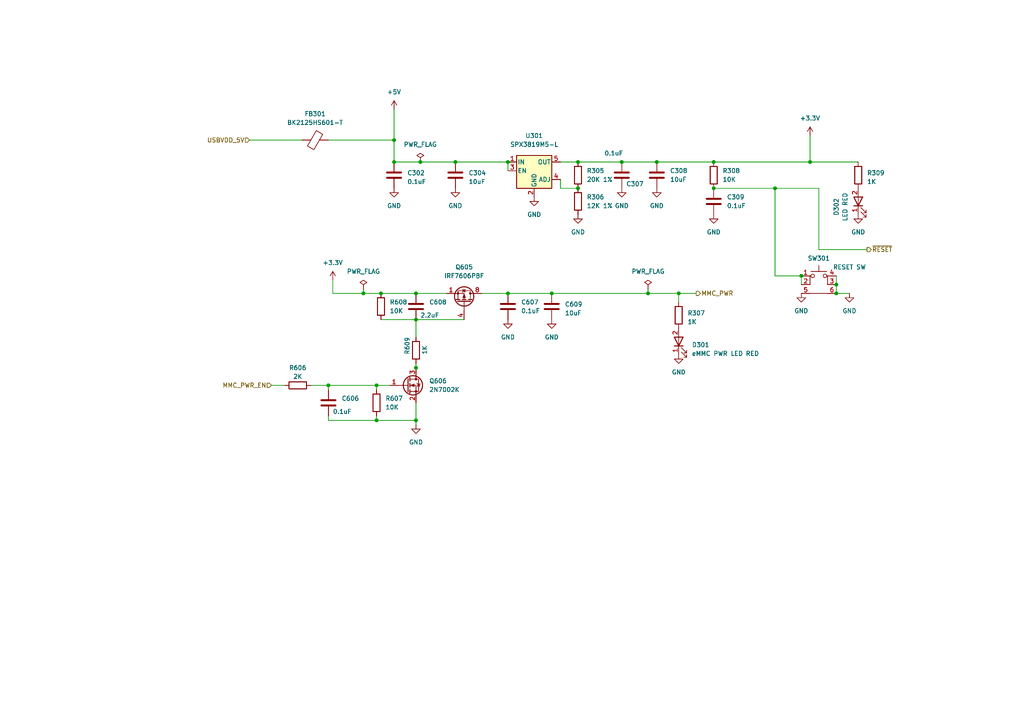
<source format=kicad_sch>
(kicad_sch (version 20230121) (generator eeschema)
  (paper "A4")
  (title_block (title "SDCDMUX-eMMC") (date "2023-05-02") (rev "Rev1") (company "HNZ") (comment 1 "Licensed under CC-BY-SA V4.0") (comment 2 "2023 (C) Hiroshi Nakajima <hnakamiru1103@gmail.com>"))
  (lib_symbols
    (symbol "Device:C" (pin_numbers hide) (pin_names (offset 0.254))
      (property "Reference" "C" (at 0.635 2.54 0))
      (property "Value" "C" (at 0.635 -2.54 0))
      (symbol "C_0_1"
        (polyline (pts (xy -2.032 -0.762) (xy 2.032 -0.762)) (stroke (width 0.508)))
        (polyline (pts (xy -2.032 0.762) (xy 2.032 0.762)) (stroke (width 0.508)))
      )
      (symbol "C_1_1"
        (pin passive line (at 0 3.81 270) (length 2.794) (name "~") (number "1"))
        (pin passive line (at 0 -3.81 90) (length 2.794) (name "~") (number "2"))
      )
    )
    (symbol "Device:FerriteBead" (pin_numbers hide) (pin_names (offset 0))
      (property "Reference" "FB" (at -3.81 0.635 90))
      (property "Value" "FerriteBead" (at 3.81 0 90))
      (symbol "FerriteBead_0_1"
        (polyline (pts (xy 0 -1.27) (xy 0 -1.2192)))
        (polyline (pts (xy 0 1.27) (xy 0 1.2954)))
        (polyline (pts (xy -2.7686 0.4064) (xy -1.7018 2.2606) (xy 2.7686 -0.3048) (xy 1.6764 -2.159) (xy -2.7686 0.4064)))
      )
      (symbol "FerriteBead_1_1"
        (pin passive line (at 0 3.81 270) (length 2.54) (name "~") (number "1"))
        (pin passive line (at 0 -3.81 90) (length 2.54) (name "~") (number "2"))
      )
    )
    (symbol "Device:LED" (pin_names (offset 1.016) hide)
      (property "Reference" "D" (at 0 2.54 0))
      (property "Value" "LED" (at 0 -2.54 0))
      (symbol "LED_0_1"
        (polyline (pts (xy -1.27 -1.27) (xy -1.27 1.27)) (stroke (width 0.254)))
        (polyline (pts (xy -1.27 0) (xy 1.27 0)))
        (polyline (pts (xy 1.27 -1.27) (xy 1.27 1.27) (xy -1.27 0) (xy 1.27 -1.27)) (stroke (width 0.254)))
        (polyline (pts (xy -3.048 -0.762) (xy -4.572 -2.286) (xy -3.81 -2.286) (xy -4.572 -2.286) (xy -4.572 -1.524)))
        (polyline (pts (xy -1.778 -0.762) (xy -3.302 -2.286) (xy -2.54 -2.286) (xy -3.302 -2.286) (xy -3.302 -1.524)))
      )
      (symbol "LED_1_1"
        (pin passive line (at -3.81 0 0) (length 2.54) (name "K") (number "1"))
        (pin passive line (at 3.81 0 180) (length 2.54) (name "A") (number "2"))
      )
    )
    (symbol "Device:R" (pin_numbers hide) (pin_names (offset 0))
      (property "Reference" "R" (at 2.032 0 90))
      (property "Value" "R" (at 0 0 90))
      (symbol "R_0_1"
        (rectangle (start -1.016 -2.54) (end 1.016 2.54) (stroke (width 0.254)))
      )
      (symbol "R_1_1"
        (pin passive line (at 0 3.81 270) (length 1.27) (name "~") (number "1"))
        (pin passive line (at 0 -3.81 90) (length 1.27) (name "~") (number "2"))
      )
    )
    (symbol "Regulator_Linear:SPX3819M5-L" (pin_names (offset 0.254))
      (property "Reference" "U" (at -3.81 5.715 0))
      (property "Value" "SPX3819M5-L" (at 0 5.715 0))
      (symbol "SPX3819M5-L_0_1"
        (rectangle (start -5.08 4.445) (end 5.08 -5.08) (stroke (width 0.254)) (fill (type background)))
      )
      (symbol "SPX3819M5-L_1_1"
        (pin power_in line (at -7.62 2.54 0) (length 2.54) (name "IN") (number "1"))
        (pin power_in line (at 0 -7.62 90) (length 2.54) (name "GND") (number "2"))
        (pin input line (at -7.62 0 0) (length 2.54) (name "EN") (number "3"))
        (pin input line (at 7.62 -2.54 180) (length 2.54) (name "ADJ") (number "4"))
        (pin power_out line (at 7.62 2.54 180) (length 2.54) (name "OUT") (number "5"))
      )
    )
    (symbol "power:+3.3V" (power) (pin_names (offset 0))
      (property "Value" "+3.3V" (at 0 3.556 0))
      (symbol "+3.3V_0_1"
        (polyline (pts (xy -0.762 1.27) (xy 0 2.54)))
        (polyline (pts (xy 0 0) (xy 0 2.54)))
        (polyline (pts (xy 0 2.54) (xy 0.762 1.27)))
      )
      (symbol "+3.3V_1_1"
        (pin power_in line (at 0 0 90) (length 0) hide (name "+3.3V") (number "1"))
      )
    )
    (symbol "power:+5V" (power) (pin_names (offset 0))
      (property "Value" "+5V" (at 0 3.556 0))
      (symbol "+5V_0_1"
        (polyline (pts (xy -0.762 1.27) (xy 0 2.54)))
        (polyline (pts (xy 0 0) (xy 0 2.54)))
        (polyline (pts (xy 0 2.54) (xy 0.762 1.27)))
      )
      (symbol "+5V_1_1"
        (pin power_in line (at 0 0 90) (length 0) hide (name "+5V") (number "1"))
      )
    )
    (symbol "power:GND" (power) (pin_numbers hide) (pin_names (offset 0) hide)
      (property "Value" "GND" (at 0 -3.81 0))
      (symbol "GND_0_1"
        (polyline (pts (xy 0 0) (xy 0 -1.27) (xy 1.27 -1.27) (xy 0 -2.54) (xy -1.27 -1.27) (xy 0 -1.27)))
      )
      (symbol "GND_1_1"
        (pin power_in line (at 0 0 270) (length 0) hide (name "GND") (number "1"))
      )
    )
    (symbol "power:PWR_FLAG" (power) (pin_numbers hide) (pin_names (offset 0) hide)
      (property "Value" "PWR_FLAG" (at 0 3.81 0))
      (symbol "PWR_FLAG_0_0"
        (pin power_out line (at 0 0 90) (length 0) (name "pwr") (number "1"))
      )
      (symbol "PWR_FLAG_0_1"
        (polyline (pts (xy 0 0) (xy 0 1.27) (xy -1.016 1.905) (xy 0 2.54) (xy 1.016 1.905) (xy 0 1.27)))
      )
    )
    (symbol "tbctl:2N7002K" (pin_names hide)
      (property "Reference" "Q" (at 5.08 1.905 0))
      (property "Value" "2N7002K" (at 5.08 0 0))
      (symbol "2N7002K_0_1"
        (polyline (pts (xy 0.254 0) (xy -2.54 0)))
        (polyline (pts (xy 0.254 1.905) (xy 0.254 -1.905)) (stroke (width 0.254)))
        (polyline (pts (xy 0.762 -1.27) (xy 0.762 -2.286)) (stroke (width 0.254)))
        (polyline (pts (xy 0.762 0.508) (xy 0.762 -0.508)) (stroke (width 0.254)))
        (polyline (pts (xy 0.762 2.286) (xy 0.762 1.27)) (stroke (width 0.254)))
        (polyline (pts (xy 2.54 2.54) (xy 2.54 1.778)))
        (polyline (pts (xy 2.54 -2.54) (xy 2.54 0) (xy 0.762 0)))
        (polyline (pts (xy 0.762 -1.778) (xy 3.302 -1.778) (xy 3.302 1.778) (xy 0.762 1.778)))
        (polyline (pts (xy 1.016 0) (xy 2.032 0.381) (xy 2.032 -0.381) (xy 1.016 0)) (fill (type outline)))
        (polyline (pts (xy 2.794 0.508) (xy 2.921 0.381) (xy 3.683 0.381) (xy 3.81 0.254)))
        (polyline (pts (xy 3.302 0.381) (xy 2.921 -0.254) (xy 3.683 -0.254) (xy 3.302 0.381)))
        (circle (center 1.651 0) (radius 2.794) (stroke (width 0.254)))
        (circle (center 2.54 -1.778) (radius 0.254) (fill (type outline)))
        (circle (center 2.54 1.778) (radius 0.254) (fill (type outline)))
      )
      (symbol "2N7002K_1_1"
        (pin input line (at -5.08 0 0) (length 2.54) (name "G") (number "1"))
        (pin passive line (at 2.54 -5.08 90) (length 2.54) (name "S") (number "2"))
        (pin passive line (at 2.54 5.08 270) (length 2.54) (name "D") (number "3"))
      )
    )
    (symbol "tbctl:3.5x2.6 Tact SW" (pin_names (offset 1.016) hide)
      (property "Reference" "SW" (at 0.635 5.715 0))
      (symbol "3.5x2.6 Tact SW_0_1"
        (circle (center -1.778 2.54) (radius 0.508))
        (polyline (pts (xy -2.54 -2.54) (xy 2.54 -2.54)))
        (polyline (pts (xy -2.286 3.81) (xy 2.286 3.81)))
        (polyline (pts (xy 0 3.81) (xy 0 5.588)))
        (polyline (pts (xy -2.54 0) (xy -2.54 2.54) (xy -2.286 2.54)))
        (polyline (pts (xy 2.54 0) (xy 2.54 2.54) (xy 2.286 2.54)))
        (circle (center 1.778 2.54) (radius 0.508))
        (pin passive line (at -5.08 2.54 0) (length 2.54) (name "1") (number "1"))
        (pin passive line (at -5.08 0 0) (length 2.54) (name "2") (number "2"))
        (pin passive line (at 5.08 0 180) (length 2.54) (name "K") (number "3"))
        (pin passive line (at 5.08 2.54 180) (length 2.54) (name "A") (number "4"))
        (pin passive line (at -5.08 -2.54 0) (length 2.54) (name "5") (number "5"))
        (pin passive line (at 5.08 -2.54 180) (length 2.54) (name "6") (number "6"))
      )
    )
    (symbol "tbctl:IRF7606PBF" (pin_names hide)
      (property "Reference" "Q" (at 5.08 1.905 0))
      (property "Value" "IRF7606PBF" (at 5.08 0 0))
      (symbol "IRF7606PBF_0_1"
        (polyline (pts (xy 0.254 0) (xy -2.54 0)))
        (polyline (pts (xy 0.254 1.905) (xy 0.254 -1.905)) (stroke (width 0.254)))
        (polyline (pts (xy 0.762 -1.27) (xy 0.762 -2.286)) (stroke (width 0.254)))
        (polyline (pts (xy 0.762 0.508) (xy 0.762 -0.508)) (stroke (width 0.254)))
        (polyline (pts (xy 0.762 2.286) (xy 0.762 1.27)) (stroke (width 0.254)))
        (polyline (pts (xy 2.54 2.54) (xy 2.54 1.778)))
        (polyline (pts (xy 2.54 -2.54) (xy 2.54 0) (xy 0.762 0)))
        (polyline (pts (xy 0.762 1.778) (xy 3.302 1.778) (xy 3.302 -1.778) (xy 0.762 -1.778)))
        (polyline (pts (xy 2.286 0) (xy 1.27 0.381) (xy 1.27 -0.381) (xy 2.286 0)) (fill (type outline)))
        (polyline (pts (xy 2.794 -0.508) (xy 2.921 -0.381) (xy 3.683 -0.381) (xy 3.81 -0.254)))
        (polyline (pts (xy 3.302 -0.381) (xy 2.921 0.254) (xy 3.683 0.254) (xy 3.302 -0.381)))
        (circle (center 1.651 0) (radius 2.794) (stroke (width 0.254)))
        (circle (center 2.54 -1.778) (radius 0.254) (fill (type outline)))
        (circle (center 2.54 1.778) (radius 0.254) (fill (type outline)))
      )
      (symbol "IRF7606PBF_1_1"
        (pin passive line (at 2.54 -5.08 90) (length 2.54) (name "S") (number "1"))
        (pin passive line (at 2.54 -5.08 90) (length 2.54) hide (name "S") (number "2"))
        (pin passive line (at 2.54 -5.08 90) (length 2.54) hide (name "S") (number "3"))
        (pin passive line (at -5.08 0 0) (length 2.54) (name "G") (number "4"))
        (pin passive line (at 2.54 5.08 270) (length 2.54) hide (name "D") (number "5"))
        (pin passive line (at 2.54 5.08 270) (length 2.54) hide (name "D") (number "6"))
        (pin passive line (at 2.54 5.08 270) (length 2.54) hide (name "D") (number "7"))
        (pin passive line (at 2.54 5.08 270) (length 2.54) (name "D") (number "8"))
      )
    )
  )
  (junction (at 114.3 46.99))
  (junction (at 114.3 46.99))
  (junction (at 160.02 85.09))
  (junction (at 160.02 85.09))
  (junction (at 109.22 121.92))
  (junction (at 109.22 121.92))
  (junction (at 109.22 111.76))
  (junction (at 109.22 111.76))
  (junction (at 180.34 46.99))
  (junction (at 180.34 46.99))
  (junction (at 167.64 46.99))
  (junction (at 167.64 46.99))
  (junction (at 120.65 121.92))
  (junction (at 120.65 121.92))
  (junction (at 196.85 85.09))
  (junction (at 196.85 85.09))
  (junction (at 224.79 54.61))
  (junction (at 224.79 54.61))
  (junction (at 167.64 54.61))
  (junction (at 167.64 54.61))
  (junction (at 242.57 82.55))
  (junction (at 242.57 82.55))
  (junction (at 132.08 46.99))
  (junction (at 132.08 46.99))
  (junction (at 242.57 85.09))
  (junction (at 242.57 85.09))
  (junction (at 234.95 46.99))
  (junction (at 234.95 46.99))
  (junction (at 114.3 40.64))
  (junction (at 114.3 40.64))
  (junction (at 120.65 85.09))
  (junction (at 120.65 85.09))
  (junction (at 190.5 46.99))
  (junction (at 190.5 46.99))
  (junction (at 147.32 85.09))
  (junction (at 147.32 85.09))
  (junction (at 187.96 85.09))
  (junction (at 187.96 85.09))
  (junction (at 232.41 80.01))
  (junction (at 232.41 80.01))
  (junction (at 105.41 85.09))
  (junction (at 105.41 85.09))
  (junction (at 95.25 111.76))
  (junction (at 95.25 111.76))
  (junction (at 207.01 54.61))
  (junction (at 207.01 54.61))
  (junction (at 207.01 46.99))
  (junction (at 207.01 46.99))
  (junction (at 110.49 85.09))
  (junction (at 110.49 85.09))
  (junction (at 120.65 106.68))
  (junction (at 120.65 106.68))
  (junction (at 147.32 46.99))
  (junction (at 147.32 46.99))
  (junction (at 120.65 92.71))
  (junction (at 120.65 92.71))
  (junction (at 121.92 46.99))
  (junction (at 121.92 46.99))
  (wire (pts (xy 120.65 121.92) (xy 120.65 123.19)))
  (wire (pts (xy 120.65 121.92) (xy 120.65 123.19)))
  (wire (pts (xy 120.65 107.95) (xy 120.65 106.68)))
  (wire (pts (xy 120.65 107.95) (xy 120.65 106.68)))
  (wire (pts (xy 95.25 40.64) (xy 114.3 40.64)))
  (wire (pts (xy 95.25 40.64) (xy 114.3 40.64)))
  (wire (pts (xy 224.79 80.01) (xy 232.41 80.01)))
  (wire (pts (xy 224.79 80.01) (xy 232.41 80.01)))
  (wire (pts (xy 109.22 113.03) (xy 109.22 111.76)))
  (wire (pts (xy 109.22 113.03) (xy 109.22 111.76)))
  (wire (pts (xy 95.25 121.92) (xy 109.22 121.92)))
  (wire (pts (xy 95.25 121.92) (xy 109.22 121.92)))
  (wire (pts (xy 162.56 46.99) (xy 167.64 46.99)))
  (wire (pts (xy 162.56 46.99) (xy 167.64 46.99)))
  (wire (pts (xy 121.92 46.99) (xy 132.08 46.99)))
  (wire (pts (xy 121.92 46.99) (xy 132.08 46.99)))
  (wire (pts (xy 109.22 121.92) (xy 120.65 121.92)))
  (wire (pts (xy 109.22 121.92) (xy 120.65 121.92)))
  (wire (pts (xy 234.95 46.99) (xy 248.92 46.99)))
  (wire (pts (xy 234.95 46.99) (xy 248.92 46.99)))
  (wire (pts (xy 120.65 92.71) (xy 120.65 97.79)))
  (wire (pts (xy 120.65 92.71) (xy 120.65 97.79)))
  (wire (pts (xy 109.22 121.92) (xy 109.22 120.65)))
  (wire (pts (xy 109.22 121.92) (xy 109.22 120.65)))
  (wire (pts (xy 224.79 54.61) (xy 224.79 80.01)))
  (wire (pts (xy 224.79 54.61) (xy 224.79 80.01)))
  (wire (pts (xy 162.56 54.61) (xy 162.56 52.07)))
  (wire (pts (xy 162.56 54.61) (xy 162.56 52.07)))
  (wire (pts (xy 95.25 121.92) (xy 95.25 120.65)))
  (wire (pts (xy 95.25 121.92) (xy 95.25 120.65)))
  (wire (pts (xy 190.5 46.99) (xy 207.01 46.99)))
  (wire (pts (xy 190.5 46.99) (xy 207.01 46.99)))
  (wire (pts (xy 160.02 85.09) (xy 187.96 85.09)))
  (wire (pts (xy 160.02 85.09) (xy 187.96 85.09)))
  (wire (pts (xy 114.3 31.75) (xy 114.3 40.64)))
  (wire (pts (xy 114.3 31.75) (xy 114.3 40.64)))
  (wire (pts (xy 78.74 111.76) (xy 82.55 111.76)))
  (wire (pts (xy 78.74 111.76) (xy 82.55 111.76)))
  (wire (pts (xy 120.65 116.84) (xy 120.65 121.92)))
  (wire (pts (xy 120.65 116.84) (xy 120.65 121.92)))
  (wire (pts (xy 237.49 54.61) (xy 237.49 72.39)))
  (wire (pts (xy 237.49 54.61) (xy 237.49 72.39)))
  (wire (pts (xy 167.64 46.99) (xy 180.34 46.99)))
  (wire (pts (xy 167.64 46.99) (xy 180.34 46.99)))
  (wire (pts (xy 120.65 106.68) (xy 120.65 105.41)))
  (wire (pts (xy 120.65 106.68) (xy 120.65 105.41)))
  (wire (pts (xy 72.39 40.64) (xy 87.63 40.64)))
  (wire (pts (xy 72.39 40.64) (xy 87.63 40.64)))
  (wire (pts (xy 110.49 85.09) (xy 120.65 85.09)))
  (wire (pts (xy 110.49 85.09) (xy 120.65 85.09)))
  (wire (pts (xy 120.65 85.09) (xy 129.54 85.09)))
  (wire (pts (xy 120.65 85.09) (xy 129.54 85.09)))
  (wire (pts (xy 95.25 113.03) (xy 95.25 111.76)))
  (wire (pts (xy 95.25 113.03) (xy 95.25 111.76)))
  (wire (pts (xy 114.3 46.99) (xy 121.92 46.99)))
  (wire (pts (xy 114.3 46.99) (xy 121.92 46.99)))
  (wire (pts (xy 196.85 85.09) (xy 196.85 87.63)))
  (wire (pts (xy 196.85 85.09) (xy 196.85 87.63)))
  (wire (pts (xy 242.57 85.09) (xy 246.38 85.09)))
  (wire (pts (xy 242.57 85.09) (xy 246.38 85.09)))
  (wire (pts (xy 110.49 92.71) (xy 120.65 92.71)))
  (wire (pts (xy 110.49 92.71) (xy 120.65 92.71)))
  (wire (pts (xy 96.52 81.28) (xy 96.52 85.09)))
  (wire (pts (xy 96.52 81.28) (xy 96.52 85.09)))
  (wire (pts (xy 105.41 83.82) (xy 105.41 85.09)))
  (wire (pts (xy 105.41 83.82) (xy 105.41 85.09)))
  (wire (pts (xy 207.01 46.99) (xy 234.95 46.99)))
  (wire (pts (xy 207.01 46.99) (xy 234.95 46.99)))
  (wire (pts (xy 147.32 46.99) (xy 147.32 49.53)))
  (wire (pts (xy 147.32 46.99) (xy 147.32 49.53)))
  (wire (pts (xy 242.57 80.01) (xy 242.57 82.55)))
  (wire (pts (xy 242.57 80.01) (xy 242.57 82.55)))
  (wire (pts (xy 132.08 46.99) (xy 147.32 46.99)))
  (wire (pts (xy 132.08 46.99) (xy 147.32 46.99)))
  (wire (pts (xy 114.3 40.64) (xy 114.3 46.99)))
  (wire (pts (xy 114.3 40.64) (xy 114.3 46.99)))
  (wire (pts (xy 187.96 85.09) (xy 196.85 85.09)))
  (wire (pts (xy 187.96 85.09) (xy 196.85 85.09)))
  (wire (pts (xy 232.41 80.01) (xy 232.41 82.55)))
  (wire (pts (xy 232.41 80.01) (xy 232.41 82.55)))
  (wire (pts (xy 234.95 39.37) (xy 234.95 46.99)))
  (wire (pts (xy 234.95 39.37) (xy 234.95 46.99)))
  (wire (pts (xy 180.34 46.99) (xy 190.5 46.99)))
  (wire (pts (xy 180.34 46.99) (xy 190.5 46.99)))
  (wire (pts (xy 207.01 54.61) (xy 224.79 54.61)))
  (wire (pts (xy 207.01 54.61) (xy 224.79 54.61)))
  (wire (pts (xy 109.22 111.76) (xy 113.03 111.76)))
  (wire (pts (xy 109.22 111.76) (xy 113.03 111.76)))
  (wire (pts (xy 105.41 85.09) (xy 110.49 85.09)))
  (wire (pts (xy 105.41 85.09) (xy 110.49 85.09)))
  (wire (pts (xy 167.64 54.61) (xy 162.56 54.61)))
  (wire (pts (xy 167.64 54.61) (xy 162.56 54.61)))
  (wire (pts (xy 120.65 92.71) (xy 134.62 92.71)))
  (wire (pts (xy 120.65 92.71) (xy 134.62 92.71)))
  (wire (pts (xy 237.49 72.39) (xy 251.46 72.39)))
  (wire (pts (xy 237.49 72.39) (xy 251.46 72.39)))
  (wire (pts (xy 139.7 85.09) (xy 147.32 85.09)))
  (wire (pts (xy 139.7 85.09) (xy 147.32 85.09)))
  (wire (pts (xy 147.32 85.09) (xy 160.02 85.09)))
  (wire (pts (xy 147.32 85.09) (xy 160.02 85.09)))
  (wire (pts (xy 95.25 111.76) (xy 109.22 111.76)))
  (wire (pts (xy 95.25 111.76) (xy 109.22 111.76)))
  (wire (pts (xy 196.85 85.09) (xy 201.93 85.09)))
  (wire (pts (xy 196.85 85.09) (xy 201.93 85.09)))
  (wire (pts (xy 224.79 54.61) (xy 237.49 54.61)))
  (wire (pts (xy 224.79 54.61) (xy 237.49 54.61)))
  (wire (pts (xy 96.52 85.09) (xy 105.41 85.09)))
  (wire (pts (xy 96.52 85.09) (xy 105.41 85.09)))
  (wire (pts (xy 187.96 83.82) (xy 187.96 85.09)))
  (wire (pts (xy 187.96 83.82) (xy 187.96 85.09)))
  (wire (pts (xy 242.57 82.55) (xy 242.57 85.09)))
  (wire (pts (xy 242.57 82.55) (xy 242.57 85.09)))
  (wire (pts (xy 90.17 111.76) (xy 95.25 111.76)))
  (wire (pts (xy 90.17 111.76) (xy 95.25 111.76)))
  (hierarchical_label "MMC_PWR_EN" (shape input) (at 78.74 111.76 180))
  (hierarchical_label "MMC_PWR" (shape output) (at 201.93 85.09 0))
  (hierarchical_label "~{RESET}" (shape output) (at 251.46 72.39 0))
  (hierarchical_label "USBVDD_5V" (shape input) (at 72.39 40.64 180))
  (hierarchical_label "MMC_PWR_EN" (shape input) (at 78.74 111.76 180))
  (hierarchical_label "MMC_PWR" (shape output) (at 201.93 85.09 0))
  (hierarchical_label "USBVDD_5V" (shape input) (at 72.39 40.64 180))
  (hierarchical_label "~{RESET}" (shape output) (at 251.46 72.39 0))
  (symbol (lib_id "Device:C") (at 190.5 50.8 0) (unit 1)
    (property "Reference" "C308" (at 194.31 49.53 0) (effects (justify left)))
    (property "Value" "10uF" (at 194.31 52.07 0) (effects (justify left)))
    (property "Footprint" "Capacitor_SMD:C_0805_2012Metric_Pad1.18x1.45mm_HandSolder" (effects hide))
  )
  (symbol (lib_id "Device:R") (at 120.65 101.6 180) (unit 1)
    (property "Reference" "R609" (at 118.11 102.8701 90) (effects (justify right)))
    (property "Value" "1K" (at 123.19 102.87 90) (effects (justify right)))
    (property "Footprint" "tbctl:R_0805_2012Metric_Pad1.20x1.40mm_HandSolder" (effects hide))
    (instances (project "sdmux4" (path "" (reference "R609") (unit 1)) (path "" (reference "R304") (unit 1))))
  )
  (symbol (lib_id "Device:C") (at 120.65 88.9 0) (unit 1)
    (property "Reference" "C608" (at 124.46 87.63 0) (effects (justify left)))
    (property "Value" "2.2uF" (at 121.92 91.44 0) (effects (justify left)))
    (property "Footprint" "Capacitor_SMD:C_0603_1608Metric_Pad1.08x0.95mm_HandSolder" (effects hide))
    (instances (project "sdmux4" (path "" (reference "C608") (unit 1)) (path "" (reference "C303") (unit 1))))
  )
  (symbol (lib_id "power:GND") (at 190.5 54.61 0) (unit 1)
    (property "Reference" "#PWR0311" (effects hide))
    (property "Value" "GND" (at 190.5 59.69 0))
  )
  (symbol (lib_id "Device:LED") (at 196.85 99.06 90) (unit 1)
    (property "Reference" "D301" (at 200.66 100.0125 90) (effects (justify right)))
    (property "Value" "eMMC PWR LED RED" (at 200.66 102.5525 90) (effects (justify right)))
    (property "Footprint" "tbctl:LED_0603_1608Metric_Pad1.05x0.95mm_HandSolder" (effects hide))
  )
  (symbol (lib_id "tbctl:2N7002K") (at 118.11 111.76 0) (unit 1)
    (property "Reference" "Q606" (at 124.46 110.4899 0) (effects (justify left)))
    (property "Value" "2N7002K" (at 124.46 113.0299 0) (effects (justify left)))
    (property "Footprint" "Package_TO_SOT_SMD:SOT-23" (effects hide))
    (property "Datasheet" "https://www.diodes.com/assets/Datasheets/ds30896.pdf" (effects hide))
    (instances (project "sdmux4" (path "" (reference "Q606") (unit 1)) (path "" (reference "Q301") (unit 1))))
  )
  (symbol (lib_id "Device:C") (at 207.01 58.42 0) (unit 1)
    (property "Reference" "C309" (at 210.82 57.1499 0) (effects (justify left)))
    (property "Value" "0.1uF" (at 210.82 59.69 0) (effects (justify left)))
    (property "Footprint" "Capacitor_SMD:C_0603_1608Metric_Pad1.08x0.95mm_HandSolder" (effects hide))
  )
  (symbol (lib_id "Device:R") (at 109.22 116.84 0) (unit 1)
    (property "Reference" "R607" (at 111.76 115.5699 0) (effects (justify left)))
    (property "Value" "10K" (at 111.76 118.1099 0) (effects (justify left)))
    (property "Footprint" "tbctl:R_0805_2012Metric_Pad1.20x1.40mm_HandSolder" (effects hide))
    (instances (project "sdmux4" (path "" (reference "R607") (unit 1)) (path "" (reference "R302") (unit 1))))
  )
  (symbol (lib_id "Device:C") (at 114.3 50.8 0) (unit 1)
    (property "Reference" "C302" (at 118.11 50.165 0) (effects (justify left)))
    (property "Value" "0.1uF" (at 118.11 52.705 0) (effects (justify left)))
    (property "Footprint" "Capacitor_SMD:C_0603_1608Metric_Pad1.08x0.95mm_HandSolder" (effects hide))
  )
  (symbol (lib_id "power:GND") (at 232.41 85.09 0) (unit 1)
    (property "Reference" "#PWR0314" (effects hide))
    (property "Value" "GND" (at 232.41 90.17 0))
  )
  (symbol (lib_id "Device:R") (at 86.36 111.76 90) (unit 1)
    (property "Reference" "R606" (at 86.36 106.68 90))
    (property "Value" "2K" (at 86.36 109.22 90))
    (property "Footprint" "tbctl:R_0805_2012Metric_Pad1.20x1.40mm_HandSolder" (effects hide))
    (instances (project "sdmux4" (path "" (reference "R606") (unit 1)) (path "" (reference "R301") (unit 1))))
  )
  (symbol (lib_id "Device:C") (at 120.65 88.9 0) (unit 1)
    (property "Reference" "C608" (at 124.46 87.63 0) (effects (justify left)))
    (property "Value" "2.2uF" (at 121.92 91.44 0) (effects (justify left)))
    (property "Footprint" "Capacitor_SMD:C_0603_1608Metric_Pad1.08x0.95mm_HandSolder" (effects hide))
    (instances (project "sdmux4" (path "" (reference "C608") (unit 1)) (path "" (reference "C303") (unit 1))))
  )
  (symbol (lib_id "power:GND") (at 180.34 54.61 0) (unit 1)
    (property "Reference" "#PWR0310" (effects hide))
    (property "Value" "GND" (at 180.34 59.69 0))
  )
  (symbol (lib_id "power:GND") (at 246.38 85.09 0) (unit 1)
    (property "Reference" "#PWR0316" (effects hide))
    (property "Value" "GND" (at 246.38 90.17 0))
  )
  (symbol (lib_id "tbctl:IRF7606PBF") (at 134.62 87.63 270) (mirror x) (unit 1)
    (property "Reference" "Q605" (at 134.62 77.47 90))
    (property "Value" "IRF7606PBF" (at 134.62 80.01 90))
    (property "Footprint" "Package_SO:MSOP-8_3x3mm_P0.65mm" (effects hide))
    (property "Datasheet" "http://www.irf.com/product-info/datasheets/data/irf7606pbf.pdf" (effects hide))
    (instances (project "sdmux4" (path "" (reference "Q605") (unit 1)) (path "" (reference "Q302") (unit 1))))
  )
  (symbol (lib_id "power:GND") (at 160.02 92.71 0) (unit 1)
    (property "Reference" "#PWR0616" (effects hide))
    (property "Value" "GND" (at 160.02 97.79 0))
    (instances (project "sdmux4" (path "" (reference "#PWR0616") (unit 1)) (path "" (reference "#PWR0308") (unit 1))))
  )
  (symbol (lib_id "Device:C") (at 95.25 116.84 0) (unit 1)
    (property "Reference" "C606" (at 99.06 115.57 0) (effects (justify left)))
    (property "Value" "0.1uF" (at 96.52 119.38 0) (effects (justify left)))
    (property "Footprint" "Capacitor_SMD:C_0603_1608Metric_Pad1.08x0.95mm_HandSolder" (effects hide))
    (instances (project "sdmux4" (path "" (reference "C606") (unit 1)) (path "" (reference "C301") (unit 1))))
  )
  (symbol (lib_id "tbctl:3.5x2.6 Tact SW") (at 237.49 82.55 0) (unit 1)
    (property "Reference" "SW301" (at 237.49 74.93 0))
    (property "Value" "RESET SW" (at 246.38 77.47 0))
    (property "Footprint" "tbctl:WS-TASV SMT Tact Switch" (effects hide))
  )
  (symbol (lib_id "Regulator_Linear:SPX3819M5-L") (at 154.94 49.53 0) (unit 1)
    (property "Reference" "U301" (at 154.94 39.37 0))
    (property "Value" "SPX3819M5-L" (at 154.94 41.91 0))
    (property "Footprint" "Package_TO_SOT_SMD:SOT-23-5" (effects hide))
    (property "Datasheet" "https://www.exar.com/content/document.ashx?id=22106&languageid=1033&type=Datasheet&partnumber=SPX3819&filename=SPX3819.pdf&part=SPX3819" (effects hide))
  )
  (symbol (lib_id "power:GND") (at 246.38 85.09 0) (unit 1)
    (property "Reference" "#PWR0316" (effects hide))
    (property "Value" "GND" (at 246.38 90.17 0))
  )
  (symbol (lib_id "power:GND") (at 248.92 62.23 0) (unit 1)
    (property "Reference" "#PWR0317" (effects hide))
    (property "Value" "GND" (at 248.92 67.31 0))
  )
  (symbol (lib_id "Device:R") (at 248.92 50.8 0) (unit 1)
    (property "Reference" "R309" (at 251.46 50.165 0) (effects (justify left)))
    (property "Value" "1K" (at 251.46 52.705 0) (effects (justify left)))
    (property "Footprint" "tbctl:R_0805_2012Metric_Pad1.20x1.40mm_HandSolder" (effects hide))
  )
  (symbol (lib_id "Device:FerriteBead") (at 91.44 40.64 90) (unit 1)
    (property "Reference" "FB301" (at 91.3892 33.02 90))
    (property "Value" "BK2125HS601-T" (at 91.3892 35.56 90))
    (property "Footprint" "tbctl:L_0603_1608Metric_Pad1.05x0.95mm_HandSolder" (effects hide))
  )
  (symbol (lib_id "Device:R") (at 167.64 50.8 0) (unit 1)
    (property "Reference" "R305" (at 170.18 49.5299 0) (effects (justify left)))
    (property "Value" "20K 1%" (at 170.18 52.0699 0) (effects (justify left)))
    (property "Footprint" "tbctl:R_0805_2012Metric_Pad1.20x1.40mm_HandSolder" (effects hide))
  )
  (symbol (lib_id "Device:C") (at 114.3 50.8 0) (unit 1)
    (property "Reference" "C302" (at 118.11 50.165 0) (effects (justify left)))
    (property "Value" "0.1uF" (at 118.11 52.705 0) (effects (justify left)))
    (property "Footprint" "Capacitor_SMD:C_0603_1608Metric_Pad1.08x0.95mm_HandSolder" (effects hide))
  )
  (symbol (lib_id "power:GND") (at 180.34 54.61 0) (unit 1)
    (property "Reference" "#PWR0310" (effects hide))
    (property "Value" "GND" (at 180.34 59.69 0))
  )
  (symbol (lib_id "power:GND") (at 147.32 92.71 0) (unit 1)
    (property "Reference" "#PWR0614" (effects hide))
    (property "Value" "GND" (at 147.32 97.79 0))
    (instances (project "sdmux4" (path "" (reference "#PWR0614") (unit 1)) (path "" (reference "#PWR0306") (unit 1))))
  )
  (symbol (lib_id "power:+3.3V") (at 234.95 39.37 0) (unit 1)
    (property "Reference" "#PWR0315" (effects hide))
    (property "Value" "+3.3V" (at 234.95 34.29 0))
  )
  (symbol (lib_id "power:+5V") (at 114.3 31.75 0) (unit 1)
    (property "Reference" "#PWR0302" (effects hide))
    (property "Value" "+5V" (at 114.3 26.67 0))
  )
  (symbol (lib_id "power:GND") (at 248.92 62.23 0) (unit 1)
    (property "Reference" "#PWR0317" (effects hide))
    (property "Value" "GND" (at 248.92 67.31 0))
  )
  (symbol (lib_id "power:GND") (at 160.02 92.71 0) (unit 1)
    (property "Reference" "#PWR0616" (effects hide))
    (property "Value" "GND" (at 160.02 97.79 0))
    (instances (project "sdmux4" (path "" (reference "#PWR0616") (unit 1)) (path "" (reference "#PWR0308") (unit 1))))
  )
  (symbol (lib_id "Device:R") (at 248.92 50.8 0) (unit 1)
    (property "Reference" "R309" (at 251.46 50.165 0) (effects (justify left)))
    (property "Value" "1K" (at 251.46 52.705 0) (effects (justify left)))
    (property "Footprint" "tbctl:R_0805_2012Metric_Pad1.20x1.40mm_HandSolder" (effects hide))
  )
  (symbol (lib_id "Device:C") (at 207.01 58.42 0) (unit 1)
    (property "Reference" "C309" (at 210.82 57.1499 0) (effects (justify left)))
    (property "Value" "0.1uF" (at 210.82 59.69 0) (effects (justify left)))
    (property "Footprint" "Capacitor_SMD:C_0603_1608Metric_Pad1.08x0.95mm_HandSolder" (effects hide))
  )
  (symbol (lib_id "Device:C") (at 160.02 88.9 0) (unit 1)
    (property "Reference" "C609" (at 163.83 88.265 0) (effects (justify left)))
    (property "Value" "10uF" (at 163.83 90.805 0) (effects (justify left)))
    (property "Footprint" "Capacitor_SMD:C_0805_2012Metric_Pad1.18x1.45mm_HandSolder" (effects hide))
    (instances (project "sdmux4" (path "" (reference "C609") (unit 1)) (path "" (reference "C306") (unit 1))))
  )
  (symbol (lib_id "Device:C") (at 95.25 116.84 0) (unit 1)
    (property "Reference" "C606" (at 99.06 115.57 0) (effects (justify left)))
    (property "Value" "0.1uF" (at 96.52 119.38 0) (effects (justify left)))
    (property "Footprint" "Capacitor_SMD:C_0603_1608Metric_Pad1.08x0.95mm_HandSolder" (effects hide))
    (instances (project "sdmux4" (path "" (reference "C606") (unit 1)) (path "" (reference "C301") (unit 1))))
  )
  (symbol (lib_id "Device:C") (at 132.08 50.8 0) (unit 1)
    (property "Reference" "C304" (at 135.89 50.165 0) (effects (justify left)))
    (property "Value" "10uF" (at 135.89 52.705 0) (effects (justify left)))
    (property "Footprint" "Capacitor_SMD:C_0805_2012Metric_Pad1.18x1.45mm_HandSolder" (effects hide))
  )
  (symbol (lib_id "Device:R") (at 167.64 58.42 0) (unit 1)
    (property "Reference" "R306" (at 170.18 57.1499 0) (effects (justify left)))
    (property "Value" "12K 1%" (at 170.18 59.6899 0) (effects (justify left)))
    (property "Footprint" "tbctl:R_0805_2012Metric_Pad1.20x1.40mm_HandSolder" (effects hide))
  )
  (symbol (lib_id "power:GND") (at 190.5 54.61 0) (unit 1)
    (property "Reference" "#PWR0311" (effects hide))
    (property "Value" "GND" (at 190.5 59.69 0))
  )
  (symbol (lib_id "Device:R") (at 120.65 101.6 180) (unit 1)
    (property "Reference" "R609" (at 118.11 102.8701 90) (effects (justify right)))
    (property "Value" "1K" (at 123.19 102.87 90) (effects (justify right)))
    (property "Footprint" "tbctl:R_0805_2012Metric_Pad1.20x1.40mm_HandSolder" (effects hide))
    (instances (project "sdmux4" (path "" (reference "R609") (unit 1)) (path "" (reference "R304") (unit 1))))
  )
  (symbol (lib_id "power:GND") (at 167.64 62.23 0) (unit 1)
    (property "Reference" "#PWR0309" (effects hide))
    (property "Value" "GND" (at 167.64 67.31 0))
  )
  (symbol (lib_id "power:GND") (at 167.64 62.23 0) (unit 1)
    (property "Reference" "#PWR0309" (effects hide))
    (property "Value" "GND" (at 167.64 67.31 0))
  )
  (symbol (lib_id "power:PWR_FLAG") (at 105.41 83.82 0) (unit 1)
    (property "Reference" "#FLG0301" (effects hide))
    (property "Value" "PWR_FLAG" (at 105.41 78.74 0))
  )
  (symbol (lib_id "tbctl:3.5x2.6 Tact SW") (at 237.49 82.55 0) (unit 1)
    (property "Reference" "SW301" (at 237.49 74.93 0))
    (property "Value" "RESET SW" (at 246.38 77.47 0))
    (property "Footprint" "tbctl:WS-TASV SMT Tact Switch" (effects hide))
  )
  (symbol (lib_id "Device:R") (at 110.49 88.9 0) (unit 1)
    (property "Reference" "R608" (at 113.03 87.6299 0) (effects (justify left)))
    (property "Value" "10K" (at 113.03 90.1699 0) (effects (justify left)))
    (property "Footprint" "tbctl:R_0805_2012Metric_Pad1.20x1.40mm_HandSolder" (effects hide))
    (instances (project "sdmux4" (path "" (reference "R608") (unit 1)) (path "" (reference "R303") (unit 1))))
  )
  (symbol (lib_id "Device:C") (at 147.32 88.9 0) (unit 1)
    (property "Reference" "C607" (at 151.13 87.63 0) (effects (justify left)))
    (property "Value" "0.1uF" (at 151.13 90.17 0) (effects (justify left)))
    (property "Footprint" "Capacitor_SMD:C_0603_1608Metric_Pad1.08x0.95mm_HandSolder" (effects hide))
    (instances (project "sdmux4" (path "" (reference "C607") (unit 1)) (path "" (reference "C305") (unit 1))))
  )
  (symbol (lib_id "Device:C") (at 147.32 88.9 0) (unit 1)
    (property "Reference" "C607" (at 151.13 87.63 0) (effects (justify left)))
    (property "Value" "0.1uF" (at 151.13 90.17 0) (effects (justify left)))
    (property "Footprint" "Capacitor_SMD:C_0603_1608Metric_Pad1.08x0.95mm_HandSolder" (effects hide))
    (instances (project "sdmux4" (path "" (reference "C607") (unit 1)) (path "" (reference "C305") (unit 1))))
  )
  (symbol (lib_id "Device:R") (at 110.49 88.9 0) (unit 1)
    (property "Reference" "R608" (at 113.03 87.6299 0) (effects (justify left)))
    (property "Value" "10K" (at 113.03 90.1699 0) (effects (justify left)))
    (property "Footprint" "tbctl:R_0805_2012Metric_Pad1.20x1.40mm_HandSolder" (effects hide))
    (instances (project "sdmux4" (path "" (reference "R608") (unit 1)) (path "" (reference "R303") (unit 1))))
  )
  (symbol (lib_id "Device:R") (at 167.64 50.8 0) (unit 1)
    (property "Reference" "R305" (at 170.18 49.5299 0) (effects (justify left)))
    (property "Value" "20K 1%" (at 170.18 52.0699 0) (effects (justify left)))
    (property "Footprint" "tbctl:R_0805_2012Metric_Pad1.20x1.40mm_HandSolder" (effects hide))
  )
  (symbol (lib_id "power:GND") (at 154.94 57.15 0) (unit 1)
    (property "Reference" "#PWR0307" (effects hide))
    (property "Value" "GND" (at 154.94 62.23 0))
  )
  (symbol (lib_id "power:GND") (at 154.94 57.15 0) (unit 1)
    (property "Reference" "#PWR0307" (effects hide))
    (property "Value" "GND" (at 154.94 62.23 0))
  )
  (symbol (lib_id "power:PWR_FLAG") (at 187.96 83.82 0) (unit 1)
    (property "Reference" "#FLG0303" (effects hide))
    (property "Value" "PWR_FLAG" (at 187.96 78.74 0))
  )
  (symbol (lib_id "power:GND") (at 114.3 54.61 0) (unit 1)
    (property "Reference" "#PWR0303" (effects hide))
    (property "Value" "GND" (at 114.3 59.69 0))
  )
  (symbol (lib_id "power:GND") (at 196.85 102.87 0) (unit 1)
    (property "Reference" "#PWR0312" (effects hide))
    (property "Value" "GND" (at 196.85 107.95 0))
  )
  (symbol (lib_id "power:GND") (at 207.01 62.23 0) (unit 1)
    (property "Reference" "#PWR0313" (effects hide))
    (property "Value" "GND" (at 207.01 67.31 0))
  )
  (symbol (lib_id "power:PWR_FLAG") (at 121.92 46.99 0) (unit 1)
    (property "Reference" "#FLG0302" (effects hide))
    (property "Value" "PWR_FLAG" (at 121.92 41.91 0))
  )
  (symbol (lib_id "Device:R") (at 86.36 111.76 90) (unit 1)
    (property "Reference" "R606" (at 86.36 106.68 90))
    (property "Value" "2K" (at 86.36 109.22 90))
    (property "Footprint" "tbctl:R_0805_2012Metric_Pad1.20x1.40mm_HandSolder" (effects hide))
    (instances (project "sdmux4" (path "" (reference "R606") (unit 1)) (path "" (reference "R301") (unit 1))))
  )
  (symbol (lib_id "power:+5V") (at 114.3 31.75 0) (unit 1)
    (property "Reference" "#PWR0302" (effects hide))
    (property "Value" "+5V" (at 114.3 26.67 0))
  )
  (symbol (lib_id "power:GND") (at 120.65 123.19 0) (unit 1)
    (property "Reference" "#PWR0615" (effects hide))
    (property "Value" "GND" (at 120.65 128.27 0))
    (instances (project "sdmux4" (path "" (reference "#PWR0615") (unit 1)) (path "" (reference "#PWR0304") (unit 1))))
  )
  (symbol (lib_id "Device:R") (at 196.85 91.44 0) (unit 1)
    (property "Reference" "R307" (at 199.39 90.805 0) (effects (justify left)))
    (property "Value" "1K" (at 199.39 93.345 0) (effects (justify left)))
    (property "Footprint" "tbctl:R_0805_2012Metric_Pad1.20x1.40mm_HandSolder" (effects hide))
  )
  (symbol (lib_id "Device:LED") (at 248.92 58.42 90) (unit 1)
    (property "Reference" "D302" (at 242.57 60.0075 0))
    (property "Value" "LED RED" (at 245.11 60.0075 0))
    (property "Footprint" "tbctl:LED_0603_1608Metric_Pad1.05x0.95mm_HandSolder" (effects hide))
  )
  (symbol (lib_id "Device:R") (at 109.22 116.84 0) (unit 1)
    (property "Reference" "R607" (at 111.76 115.5699 0) (effects (justify left)))
    (property "Value" "10K" (at 111.76 118.1099 0) (effects (justify left)))
    (property "Footprint" "tbctl:R_0805_2012Metric_Pad1.20x1.40mm_HandSolder" (effects hide))
    (instances (project "sdmux4" (path "" (reference "R607") (unit 1)) (path "" (reference "R302") (unit 1))))
  )
  (symbol (lib_id "power:GND") (at 147.32 92.71 0) (unit 1)
    (property "Reference" "#PWR0614" (effects hide))
    (property "Value" "GND" (at 147.32 97.79 0))
    (instances (project "sdmux4" (path "" (reference "#PWR0614") (unit 1)) (path "" (reference "#PWR0306") (unit 1))))
  )
  (symbol (lib_id "power:GND") (at 132.08 54.61 0) (unit 1)
    (property "Reference" "#PWR0305" (effects hide))
    (property "Value" "GND" (at 132.08 59.69 0))
  )
  (symbol (lib_id "power:PWR_FLAG") (at 187.96 83.82 0) (unit 1)
    (property "Reference" "#FLG0303" (effects hide))
    (property "Value" "PWR_FLAG" (at 187.96 78.74 0))
  )
  (symbol (lib_id "power:GND") (at 120.65 123.19 0) (unit 1)
    (property "Reference" "#PWR0615" (effects hide))
    (property "Value" "GND" (at 120.65 128.27 0))
    (instances (project "sdmux4" (path "" (reference "#PWR0615") (unit 1)) (path "" (reference "#PWR0304") (unit 1))))
  )
  (symbol (lib_id "Device:LED") (at 196.85 99.06 90) (unit 1)
    (property "Reference" "D301" (at 200.66 100.0125 90) (effects (justify right)))
    (property "Value" "eMMC PWR LED RED" (at 200.66 102.5525 90) (effects (justify right)))
    (property "Footprint" "tbctl:LED_0603_1608Metric_Pad1.05x0.95mm_HandSolder" (effects hide))
  )
  (symbol (lib_id "power:GND") (at 207.01 62.23 0) (unit 1)
    (property "Reference" "#PWR0313" (effects hide))
    (property "Value" "GND" (at 207.01 67.31 0))
  )
  (symbol (lib_id "power:PWR_FLAG") (at 105.41 83.82 0) (unit 1)
    (property "Reference" "#FLG0301" (effects hide))
    (property "Value" "PWR_FLAG" (at 105.41 78.74 0))
  )
  (symbol (lib_id "Device:C") (at 180.34 50.8 0) (unit 1)
    (property "Reference" "C307" (at 181.61 53.34 0) (effects (justify left)))
    (property "Value" "0.1uF" (at 175.26 44.45 0) (effects (justify left)))
    (property "Footprint" "Capacitor_SMD:C_0603_1608Metric_Pad1.08x0.95mm_HandSolder" (effects hide))
  )
  (symbol (lib_id "power:GND") (at 232.41 85.09 0) (unit 1)
    (property "Reference" "#PWR0314" (effects hide))
    (property "Value" "GND" (at 232.41 90.17 0))
  )
  (symbol (lib_id "Device:C") (at 190.5 50.8 0) (unit 1)
    (property "Reference" "C308" (at 194.31 49.53 0) (effects (justify left)))
    (property "Value" "10uF" (at 194.31 52.07 0) (effects (justify left)))
    (property "Footprint" "Capacitor_SMD:C_0805_2012Metric_Pad1.18x1.45mm_HandSolder" (effects hide))
  )
  (symbol (lib_id "tbctl:2N7002K") (at 118.11 111.76 0) (unit 1)
    (property "Reference" "Q606" (at 124.46 110.4899 0) (effects (justify left)))
    (property "Value" "2N7002K" (at 124.46 113.0299 0) (effects (justify left)))
    (property "Footprint" "Package_TO_SOT_SMD:SOT-23" (effects hide))
    (property "Datasheet" "https://www.diodes.com/assets/Datasheets/ds30896.pdf" (effects hide))
    (instances (project "sdmux4" (path "" (reference "Q606") (unit 1)) (path "" (reference "Q301") (unit 1))))
  )
  (symbol (lib_id "Device:C") (at 180.34 50.8 0) (unit 1)
    (property "Reference" "C307" (at 181.61 53.34 0) (effects (justify left)))
    (property "Value" "0.1uF" (at 175.26 44.45 0) (effects (justify left)))
    (property "Footprint" "Capacitor_SMD:C_0603_1608Metric_Pad1.08x0.95mm_HandSolder" (effects hide))
  )
  (symbol (lib_id "power:GND") (at 132.08 54.61 0) (unit 1)
    (property "Reference" "#PWR0305" (effects hide))
    (property "Value" "GND" (at 132.08 59.69 0))
  )
  (symbol (lib_id "Regulator_Linear:SPX3819M5-L") (at 154.94 49.53 0) (unit 1)
    (property "Reference" "U301" (at 154.94 39.37 0))
    (property "Value" "SPX3819M5-L" (at 154.94 41.91 0))
    (property "Footprint" "Package_TO_SOT_SMD:SOT-23-5" (effects hide))
    (property "Datasheet" "https://www.exar.com/content/document.ashx?id=22106&languageid=1033&type=Datasheet&partnumber=SPX3819&filename=SPX3819.pdf&part=SPX3819" (effects hide))
  )
  (symbol (lib_id "power:GND") (at 196.85 102.87 0) (unit 1)
    (property "Reference" "#PWR0312" (effects hide))
    (property "Value" "GND" (at 196.85 107.95 0))
  )
  (symbol (lib_id "Device:LED") (at 248.92 58.42 90) (unit 1)
    (property "Reference" "D302" (at 242.57 60.0075 0))
    (property "Value" "LED RED" (at 245.11 60.0075 0))
    (property "Footprint" "tbctl:LED_0603_1608Metric_Pad1.05x0.95mm_HandSolder" (effects hide))
  )
  (symbol (lib_id "Device:R") (at 207.01 50.8 0) (unit 1)
    (property "Reference" "R308" (at 209.55 49.5299 0) (effects (justify left)))
    (property "Value" "10K" (at 209.55 52.0699 0) (effects (justify left)))
    (property "Footprint" "tbctl:R_0805_2012Metric_Pad1.20x1.40mm_HandSolder" (effects hide))
  )
  (symbol (lib_id "Device:R") (at 207.01 50.8 0) (unit 1)
    (property "Reference" "R308" (at 209.55 49.5299 0) (effects (justify left)))
    (property "Value" "10K" (at 209.55 52.0699 0) (effects (justify left)))
    (property "Footprint" "tbctl:R_0805_2012Metric_Pad1.20x1.40mm_HandSolder" (effects hide))
  )
  (symbol (lib_id "Device:FerriteBead") (at 91.44 40.64 90) (unit 1)
    (property "Reference" "FB301" (at 91.3892 33.02 90))
    (property "Value" "BK2125HS601-T" (at 91.3892 35.56 90))
    (property "Footprint" "tbctl:L_0603_1608Metric_Pad1.05x0.95mm_HandSolder" (effects hide))
  )
  (symbol (lib_id "power:+3.3V") (at 234.95 39.37 0) (unit 1)
    (property "Reference" "#PWR0315" (effects hide))
    (property "Value" "+3.3V" (at 234.95 34.29 0))
  )
  (symbol (lib_id "power:+3.3V") (at 96.52 81.28 0) (unit 1)
    (property "Reference" "#PWR0301" (effects hide))
    (property "Value" "+3.3V" (at 96.52 76.2 0))
  )
  (symbol (lib_id "tbctl:IRF7606PBF") (at 134.62 87.63 270) (mirror x) (unit 1)
    (property "Reference" "Q605" (at 134.62 77.47 90))
    (property "Value" "IRF7606PBF" (at 134.62 80.01 90))
    (property "Footprint" "Package_SO:MSOP-8_3x3mm_P0.65mm" (effects hide))
    (property "Datasheet" "http://www.irf.com/product-info/datasheets/data/irf7606pbf.pdf" (effects hide))
    (instances (project "sdmux4" (path "" (reference "Q605") (unit 1)) (path "" (reference "Q302") (unit 1))))
  )
  (symbol (lib_id "power:GND") (at 114.3 54.61 0) (unit 1)
    (property "Reference" "#PWR0303" (effects hide))
    (property "Value" "GND" (at 114.3 59.69 0))
  )
  (symbol (lib_id "power:PWR_FLAG") (at 121.92 46.99 0) (unit 1)
    (property "Reference" "#FLG0302" (effects hide))
    (property "Value" "PWR_FLAG" (at 121.92 41.91 0))
  )
  (symbol (lib_id "Device:C") (at 160.02 88.9 0) (unit 1)
    (property "Reference" "C609" (at 163.83 88.265 0) (effects (justify left)))
    (property "Value" "10uF" (at 163.83 90.805 0) (effects (justify left)))
    (property "Footprint" "Capacitor_SMD:C_0805_2012Metric_Pad1.18x1.45mm_HandSolder" (effects hide))
    (instances (project "sdmux4" (path "" (reference "C609") (unit 1)) (path "" (reference "C306") (unit 1))))
  )
  (symbol (lib_id "Device:R") (at 196.85 91.44 0) (unit 1)
    (property "Reference" "R307" (at 199.39 90.805 0) (effects (justify left)))
    (property "Value" "1K" (at 199.39 93.345 0) (effects (justify left)))
    (property "Footprint" "tbctl:R_0805_2012Metric_Pad1.20x1.40mm_HandSolder" (effects hide))
  )
  (symbol (lib_id "Device:C") (at 132.08 50.8 0) (unit 1)
    (property "Reference" "C304" (at 135.89 50.165 0) (effects (justify left)))
    (property "Value" "10uF" (at 135.89 52.705 0) (effects (justify left)))
    (property "Footprint" "Capacitor_SMD:C_0805_2012Metric_Pad1.18x1.45mm_HandSolder" (effects hide))
  )
  (symbol (lib_id "Device:R") (at 167.64 58.42 0) (unit 1)
    (property "Reference" "R306" (at 170.18 57.1499 0) (effects (justify left)))
    (property "Value" "12K 1%" (at 170.18 59.6899 0) (effects (justify left)))
    (property "Footprint" "tbctl:R_0805_2012Metric_Pad1.20x1.40mm_HandSolder" (effects hide))
  )
  (symbol (lib_id "power:+3.3V") (at 96.52 81.28 0) (unit 1)
    (property "Reference" "#PWR0301" (effects hide))
    (property "Value" "+3.3V" (at 96.52 76.2 0))
  )
)
</source>
